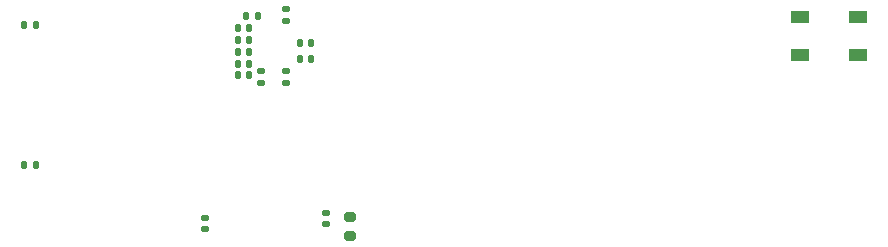
<source format=gtp>
G04 #@! TF.GenerationSoftware,KiCad,Pcbnew,7.0.1-0*
G04 #@! TF.CreationDate,2023-04-02T15:36:46-05:00*
G04 #@! TF.ProjectId,V0_Display,56305f44-6973-4706-9c61-792e6b696361,rev?*
G04 #@! TF.SameCoordinates,Original*
G04 #@! TF.FileFunction,Paste,Top*
G04 #@! TF.FilePolarity,Positive*
%FSLAX46Y46*%
G04 Gerber Fmt 4.6, Leading zero omitted, Abs format (unit mm)*
G04 Created by KiCad (PCBNEW 7.0.1-0) date 2023-04-02 15:36:46*
%MOMM*%
%LPD*%
G01*
G04 APERTURE LIST*
G04 Aperture macros list*
%AMRoundRect*
0 Rectangle with rounded corners*
0 $1 Rounding radius*
0 $2 $3 $4 $5 $6 $7 $8 $9 X,Y pos of 4 corners*
0 Add a 4 corners polygon primitive as box body*
4,1,4,$2,$3,$4,$5,$6,$7,$8,$9,$2,$3,0*
0 Add four circle primitives for the rounded corners*
1,1,$1+$1,$2,$3*
1,1,$1+$1,$4,$5*
1,1,$1+$1,$6,$7*
1,1,$1+$1,$8,$9*
0 Add four rect primitives between the rounded corners*
20,1,$1+$1,$2,$3,$4,$5,0*
20,1,$1+$1,$4,$5,$6,$7,0*
20,1,$1+$1,$6,$7,$8,$9,0*
20,1,$1+$1,$8,$9,$2,$3,0*%
G04 Aperture macros list end*
%ADD10RoundRect,0.200000X0.275000X-0.200000X0.275000X0.200000X-0.275000X0.200000X-0.275000X-0.200000X0*%
%ADD11R,1.500000X1.000000*%
%ADD12RoundRect,0.140000X-0.140000X-0.170000X0.140000X-0.170000X0.140000X0.170000X-0.140000X0.170000X0*%
%ADD13RoundRect,0.135000X-0.135000X-0.185000X0.135000X-0.185000X0.135000X0.185000X-0.135000X0.185000X0*%
%ADD14RoundRect,0.140000X0.140000X0.170000X-0.140000X0.170000X-0.140000X-0.170000X0.140000X-0.170000X0*%
%ADD15RoundRect,0.135000X0.135000X0.185000X-0.135000X0.185000X-0.135000X-0.185000X0.135000X-0.185000X0*%
%ADD16RoundRect,0.140000X-0.170000X0.140000X-0.170000X-0.140000X0.170000X-0.140000X0.170000X0.140000X0*%
%ADD17RoundRect,0.140000X0.170000X-0.140000X0.170000X0.140000X-0.170000X0.140000X-0.170000X-0.140000X0*%
G04 APERTURE END LIST*
D10*
X119360000Y-79085000D03*
X119360000Y-77435000D03*
D11*
X157470000Y-60550000D03*
X157470000Y-63750000D03*
X162370000Y-63750000D03*
X162370000Y-60550000D03*
D12*
X109890000Y-62450000D03*
X110850000Y-62450000D03*
D13*
X91810000Y-73050000D03*
X92830000Y-73050000D03*
D14*
X116100000Y-62750000D03*
X115140000Y-62750000D03*
D12*
X109890000Y-63450000D03*
X110850000Y-63450000D03*
D15*
X92830000Y-61150000D03*
X91810000Y-61150000D03*
D16*
X107080000Y-77510000D03*
X107080000Y-78470000D03*
D17*
X114000000Y-66080000D03*
X114000000Y-65120000D03*
D12*
X109890000Y-61450000D03*
X110850000Y-61450000D03*
D16*
X117320000Y-77070000D03*
X117320000Y-78030000D03*
D12*
X109890000Y-64450000D03*
X110850000Y-64450000D03*
X109890000Y-65450000D03*
X110850000Y-65450000D03*
X110610000Y-60400000D03*
X111570000Y-60400000D03*
D16*
X114000000Y-59870000D03*
X114000000Y-60830000D03*
D14*
X116080000Y-64050000D03*
X115120000Y-64050000D03*
D17*
X111880000Y-66080000D03*
X111880000Y-65120000D03*
M02*

</source>
